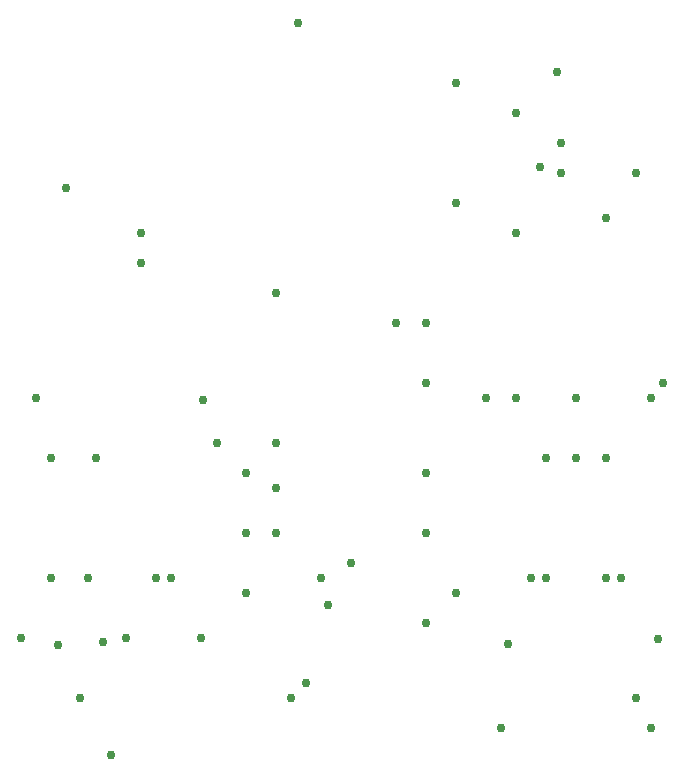
<source format=gbr>
G04 EAGLE Gerber RS-274X export*
G75*
%MOMM*%
%FSLAX34Y34*%
%LPD*%
%INVias*%
%IPPOS*%
%AMOC8*
5,1,8,0,0,1.08239X$1,22.5*%
G01*
%ADD10C,0.756400*%


D10*
X63500Y698500D03*
X465250Y715850D03*
X285750Y345440D03*
X260350Y838200D03*
X479224Y796290D03*
X482600Y736600D03*
X127000Y635000D03*
X279400Y368300D03*
X394213Y787217D03*
X177800Y317500D03*
X95250Y313690D03*
X565150Y316230D03*
X438150Y312420D03*
X179400Y519100D03*
X57150Y311150D03*
X482600Y711200D03*
X558800Y241300D03*
X431800Y241300D03*
X304800Y381000D03*
X241300Y482600D03*
X254000Y266700D03*
X495300Y520700D03*
X368300Y533400D03*
X368300Y584200D03*
X127000Y660400D03*
X75974Y266700D03*
X558800Y520700D03*
X444500Y660400D03*
X25400Y317500D03*
X266700Y279400D03*
X114300Y317500D03*
X393700Y685800D03*
X444500Y762000D03*
X568988Y533400D03*
X546100Y266700D03*
X101600Y218412D03*
X520700Y673100D03*
X50800Y469900D03*
X50800Y368300D03*
X38100Y520700D03*
X215900Y355600D03*
X88900Y469900D03*
X82550Y368300D03*
X152400Y368300D03*
X215900Y457200D03*
X191770Y482600D03*
X139926Y368300D03*
X469900Y469900D03*
X469900Y368300D03*
X419100Y520700D03*
X457200Y368300D03*
X444500Y520700D03*
X495300Y469900D03*
X520700Y368300D03*
X520700Y469900D03*
X533400Y368300D03*
X241300Y609600D03*
X241300Y444500D03*
X241300Y406400D03*
X393700Y355600D03*
X368300Y457200D03*
X342900Y584200D03*
X215900Y406400D03*
X368300Y406400D03*
X368300Y330200D03*
X546100Y711200D03*
M02*

</source>
